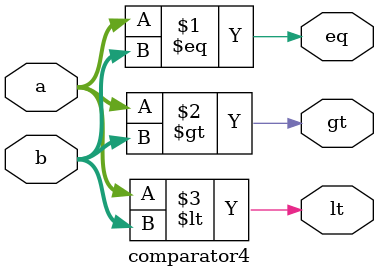
<source format=v>
module half_adder #(
    parameter WIDTH = 1
)(
    input  wire [WIDTH-1:0] a,
    input  wire [WIDTH-1:0] b,
    output wire [WIDTH-1:0] sum,
    output wire [WIDTH-1:0] carry
);
    assign sum   = a ^ b;   // XOR for sum
    assign carry = a & b;   // AND for carry
endmodule


// Parameterizable Full Adder
module full_adder #(
        parameter WIDTH = 1
    )(
        input wire [WIDTH-1:0] a,
        input wire [WIDTH-1:0] b,
        input wire [WIDTH-1:0] cin,
        output wire [WIDTH-1:0] sum,
        output wire [WIDTH-1:0] carry
    );
        assign sum = a ^ b ^ cin;
        assign carry = (a & b) | (b & cin) | (a & cin);
endmodule


// 2:1 Multiplexer (parameterizable width)
module mux2to1 #(
        parameter WIDTH = 1
    )(
        input wire [WIDTH-1:0] d0,
        input wire [WIDTH-1:0] d1,
        input wire sel,
        output wire [WIDTH-1:0] y
    );
        assign y = sel ? d1 : d0;
endmodule


// 1:2 Demultiplexer (parameterizable width)
module demux1to2 #(
        parameter WIDTH = 1
    )(
        input wire [WIDTH-1:0] d,
        input wire sel,
        output wire [WIDTH-1:0] y0,
        output wire [WIDTH-1:0] y1
    );
        assign y0 = sel ? {WIDTH{1'b0}} : d;
        assign y1 = sel ? d : {WIDTH{1'b0}};
endmodule


// 4-bit Comparator (equal, greater, less outputs)
module comparator4(
        input wire [3:0] a,
        input wire [3:0] b,
        output wire eq,
        output wire gt,
        output wire lt
    );
        assign eq = (a == b);
        assign gt = (a > b);
        assign lt = (a < b);
endmodule
</source>
